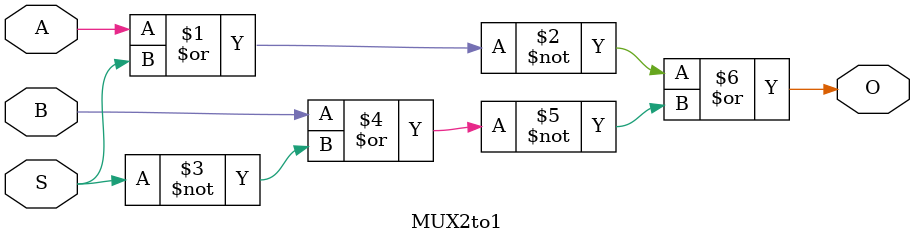
<source format=v>
module MUX2to1(
     A,
     B,
     S,
     O
    );

input A;
    input B;
    input S;
    output O;

assign O = ~( ~( ~(A | S) | ~(B | ~S)));

endmodule

</source>
